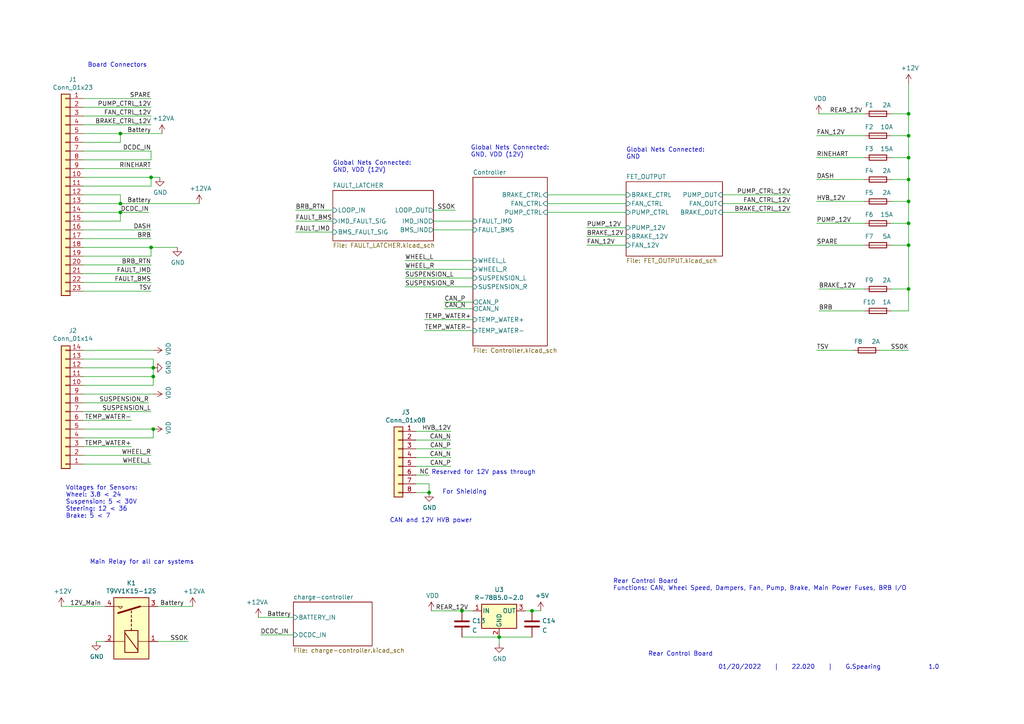
<source format=kicad_sch>
(kicad_sch (version 20211123) (generator eeschema)
  (paper "A4")
  (lib_symbols
    (symbol "AERO_Symbols:T9VV1K15-12S" (pin_names (offset 1.016))
      (property "Reference" "K" (at 8.89 3.81 0))
      (property "Value" "T9VV1K15-12S" (at 8.89 1.27 0))
      (symbol "T9VV1K15-12S_0_0"
        (polyline (pts (xy 5.08 3.81) (xy 5.08 5.08)))
        (polyline (pts (xy 5.08 3.81) (xy 5.08 2.54) (xy 4.445 3.175) (xy 5.08 3.81)))
      )
      (symbol "T9VV1K15-12S_0_1"
        (rectangle (start -10.16 5.08) (end 7.62 -5.08) (stroke (width 0.254)) (fill (type background)))
        (rectangle (start -8.255 1.905) (end -1.905 -1.905) (stroke (width 0.254)))
        (polyline (pts (xy -7.62 -1.905) (xy -2.54 1.905)) (stroke (width 0.254)))
        (polyline (pts (xy -5.08 -5.08) (xy -5.08 -1.905)))
        (polyline (pts (xy -5.08 5.08) (xy -5.08 1.905)))
        (polyline (pts (xy -1.905 0) (xy -1.27 0)) (stroke (width 0.254)))
        (polyline (pts (xy -0.635 0) (xy 0 0)) (stroke (width 0.254)))
        (polyline (pts (xy 0.635 0) (xy 1.27 0)) (stroke (width 0.254)))
        (polyline (pts (xy 0.635 0) (xy 1.27 0)) (stroke (width 0.254)))
        (polyline (pts (xy 1.905 0) (xy 2.54 0)) (stroke (width 0.254)))
        (polyline (pts (xy 3.175 0) (xy 3.81 0)) (stroke (width 0.254)))
        (polyline (pts (xy 5.08 -2.54) (xy 3.175 3.81)) (stroke (width 0.508)))
        (polyline (pts (xy 5.08 -2.54) (xy 5.08 -5.08)))
      )
      (symbol "T9VV1K15-12S_1_1"
        (pin passive line (at -5.08 -7.62 90) (length 2.54) (name "~") (number "1"))
        (pin passive line (at -5.08 7.62 270) (length 2.54) (name "~") (number "2"))
        (pin passive line (at 5.08 -7.62 90) (length 2.54) (name "~") (number "3"))
        (pin passive line (at 5.08 7.62 270) (length 2.54) (name "~") (number "4"))
      )
    )
    (symbol "Connector_Generic:Conn_01x08" (pin_names (offset 1.016) hide)
      (property "Reference" "J" (at 0 10.16 0))
      (property "Value" "Conn_01x08" (at 0 -12.7 0))
      (symbol "Conn_01x08_1_1"
        (rectangle (start -1.27 -10.033) (end 0 -10.287) (stroke (width 0.1524)))
        (rectangle (start -1.27 -7.493) (end 0 -7.747) (stroke (width 0.1524)))
        (rectangle (start -1.27 -4.953) (end 0 -5.207) (stroke (width 0.1524)))
        (rectangle (start -1.27 -2.413) (end 0 -2.667) (stroke (width 0.1524)))
        (rectangle (start -1.27 0.127) (end 0 -0.127) (stroke (width 0.1524)))
        (rectangle (start -1.27 2.667) (end 0 2.413) (stroke (width 0.1524)))
        (rectangle (start -1.27 5.207) (end 0 4.953) (stroke (width 0.1524)))
        (rectangle (start -1.27 7.747) (end 0 7.493) (stroke (width 0.1524)))
        (rectangle (start -1.27 8.89) (end 1.27 -11.43) (stroke (width 0.254)) (fill (type background)))
        (pin passive line (at -5.08 7.62 0) (length 3.81) (name "Pin_1") (number "1"))
        (pin passive line (at -5.08 5.08 0) (length 3.81) (name "Pin_2") (number "2"))
        (pin passive line (at -5.08 2.54 0) (length 3.81) (name "Pin_3") (number "3"))
        (pin passive line (at -5.08 0 0) (length 3.81) (name "Pin_4") (number "4"))
        (pin passive line (at -5.08 -2.54 0) (length 3.81) (name "Pin_5") (number "5"))
        (pin passive line (at -5.08 -5.08 0) (length 3.81) (name "Pin_6") (number "6"))
        (pin passive line (at -5.08 -7.62 0) (length 3.81) (name "Pin_7") (number "7"))
        (pin passive line (at -5.08 -10.16 0) (length 3.81) (name "Pin_8") (number "8"))
      )
    )
    (symbol "Connector_Generic:Conn_01x14" (pin_names (offset 1.016) hide)
      (property "Reference" "J" (at 0 17.78 0))
      (property "Value" "Conn_01x14" (at 0 -20.32 0))
      (symbol "Conn_01x14_1_1"
        (rectangle (start -1.27 -17.653) (end 0 -17.907) (stroke (width 0.1524)))
        (rectangle (start -1.27 -15.113) (end 0 -15.367) (stroke (width 0.1524)))
        (rectangle (start -1.27 -12.573) (end 0 -12.827) (stroke (width 0.1524)))
        (rectangle (start -1.27 -10.033) (end 0 -10.287) (stroke (width 0.1524)))
        (rectangle (start -1.27 -7.493) (end 0 -7.747) (stroke (width 0.1524)))
        (rectangle (start -1.27 -4.953) (end 0 -5.207) (stroke (width 0.1524)))
        (rectangle (start -1.27 -2.413) (end 0 -2.667) (stroke (width 0.1524)))
        (rectangle (start -1.27 0.127) (end 0 -0.127) (stroke (width 0.1524)))
        (rectangle (start -1.27 2.667) (end 0 2.413) (stroke (width 0.1524)))
        (rectangle (start -1.27 5.207) (end 0 4.953) (stroke (width 0.1524)))
        (rectangle (start -1.27 7.747) (end 0 7.493) (stroke (width 0.1524)))
        (rectangle (start -1.27 10.287) (end 0 10.033) (stroke (width 0.1524)))
        (rectangle (start -1.27 12.827) (end 0 12.573) (stroke (width 0.1524)))
        (rectangle (start -1.27 15.367) (end 0 15.113) (stroke (width 0.1524)))
        (rectangle (start -1.27 16.51) (end 1.27 -19.05) (stroke (width 0.254)) (fill (type background)))
        (pin passive line (at -5.08 15.24 0) (length 3.81) (name "Pin_1") (number "1"))
        (pin passive line (at -5.08 -7.62 0) (length 3.81) (name "Pin_10") (number "10"))
        (pin passive line (at -5.08 -10.16 0) (length 3.81) (name "Pin_11") (number "11"))
        (pin passive line (at -5.08 -12.7 0) (length 3.81) (name "Pin_12") (number "12"))
        (pin passive line (at -5.08 -15.24 0) (length 3.81) (name "Pin_13") (number "13"))
        (pin passive line (at -5.08 -17.78 0) (length 3.81) (name "Pin_14") (number "14"))
        (pin passive line (at -5.08 12.7 0) (length 3.81) (name "Pin_2") (number "2"))
        (pin passive line (at -5.08 10.16 0) (length 3.81) (name "Pin_3") (number "3"))
        (pin passive line (at -5.08 7.62 0) (length 3.81) (name "Pin_4") (number "4"))
        (pin passive line (at -5.08 5.08 0) (length 3.81) (name "Pin_5") (number "5"))
        (pin passive line (at -5.08 2.54 0) (length 3.81) (name "Pin_6") (number "6"))
        (pin passive line (at -5.08 0 0) (length 3.81) (name "Pin_7") (number "7"))
        (pin passive line (at -5.08 -2.54 0) (length 3.81) (name "Pin_8") (number "8"))
        (pin passive line (at -5.08 -5.08 0) (length 3.81) (name "Pin_9") (number "9"))
      )
    )
    (symbol "Connector_Generic:Conn_01x23" (pin_names (offset 1.016) hide)
      (property "Reference" "J" (at 0 30.48 0))
      (property "Value" "Conn_01x23" (at 0 -30.48 0))
      (symbol "Conn_01x23_1_1"
        (rectangle (start -1.27 -27.813) (end 0 -28.067) (stroke (width 0.1524)))
        (rectangle (start -1.27 -25.273) (end 0 -25.527) (stroke (width 0.1524)))
        (rectangle (start -1.27 -22.733) (end 0 -22.987) (stroke (width 0.1524)))
        (rectangle (start -1.27 -20.193) (end 0 -20.447) (stroke (width 0.1524)))
        (rectangle (start -1.27 -17.653) (end 0 -17.907) (stroke (width 0.1524)))
        (rectangle (start -1.27 -15.113) (end 0 -15.367) (stroke (width 0.1524)))
        (rectangle (start -1.27 -12.573) (end 0 -12.827) (stroke (width 0.1524)))
        (rectangle (start -1.27 -10.033) (end 0 -10.287) (stroke (width 0.1524)))
        (rectangle (start -1.27 -7.493) (end 0 -7.747) (stroke (width 0.1524)))
        (rectangle (start -1.27 -4.953) (end 0 -5.207) (stroke (width 0.1524)))
        (rectangle (start -1.27 -2.413) (end 0 -2.667) (stroke (width 0.1524)))
        (rectangle (start -1.27 0.127) (end 0 -0.127) (stroke (width 0.1524)))
        (rectangle (start -1.27 2.667) (end 0 2.413) (stroke (width 0.1524)))
        (rectangle (start -1.27 5.207) (end 0 4.953) (stroke (width 0.1524)))
        (rectangle (start -1.27 7.747) (end 0 7.493) (stroke (width 0.1524)))
        (rectangle (start -1.27 10.287) (end 0 10.033) (stroke (width 0.1524)))
        (rectangle (start -1.27 12.827) (end 0 12.573) (stroke (width 0.1524)))
        (rectangle (start -1.27 15.367) (end 0 15.113) (stroke (width 0.1524)))
        (rectangle (start -1.27 17.907) (end 0 17.653) (stroke (width 0.1524)))
        (rectangle (start -1.27 20.447) (end 0 20.193) (stroke (width 0.1524)))
        (rectangle (start -1.27 22.987) (end 0 22.733) (stroke (width 0.1524)))
        (rectangle (start -1.27 25.527) (end 0 25.273) (stroke (width 0.1524)))
        (rectangle (start -1.27 28.067) (end 0 27.813) (stroke (width 0.1524)))
        (rectangle (start -1.27 29.21) (end 1.27 -29.21) (stroke (width 0.254)) (fill (type background)))
        (pin passive line (at -5.08 27.94 0) (length 3.81) (name "Pin_1") (number "1"))
        (pin passive line (at -5.08 5.08 0) (length 3.81) (name "Pin_10") (number "10"))
        (pin passive line (at -5.08 2.54 0) (length 3.81) (name "Pin_11") (number "11"))
        (pin passive line (at -5.08 0 0) (length 3.81) (name "Pin_12") (number "12"))
        (pin passive line (at -5.08 -2.54 0) (length 3.81) (name "Pin_13") (number "13"))
        (pin passive line (at -5.08 -5.08 0) (length 3.81) (name "Pin_14") (number "14"))
        (pin passive line (at -5.08 -7.62 0) (length 3.81) (name "Pin_15") (number "15"))
        (pin passive line (at -5.08 -10.16 0) (length 3.81) (name "Pin_16") (number "16"))
        (pin passive line (at -5.08 -12.7 0) (length 3.81) (name "Pin_17") (number "17"))
        (pin passive line (at -5.08 -15.24 0) (length 3.81) (name "Pin_18") (number "18"))
        (pin passive line (at -5.08 -17.78 0) (length 3.81) (name "Pin_19") (number "19"))
        (pin passive line (at -5.08 25.4 0) (length 3.81) (name "Pin_2") (number "2"))
        (pin passive line (at -5.08 -20.32 0) (length 3.81) (name "Pin_20") (number "20"))
        (pin passive line (at -5.08 -22.86 0) (length 3.81) (name "Pin_21") (number "21"))
        (pin passive line (at -5.08 -25.4 0) (length 3.81) (name "Pin_22") (number "22"))
        (pin passive line (at -5.08 -27.94 0) (length 3.81) (name "Pin_23") (number "23"))
        (pin passive line (at -5.08 22.86 0) (length 3.81) (name "Pin_3") (number "3"))
        (pin passive line (at -5.08 20.32 0) (length 3.81) (name "Pin_4") (number "4"))
        (pin passive line (at -5.08 17.78 0) (length 3.81) (name "Pin_5") (number "5"))
        (pin passive line (at -5.08 15.24 0) (length 3.81) (name "Pin_6") (number "6"))
        (pin passive line (at -5.08 12.7 0) (length 3.81) (name "Pin_7") (number "7"))
        (pin passive line (at -5.08 10.16 0) (length 3.81) (name "Pin_8") (number "8"))
        (pin passive line (at -5.08 7.62 0) (length 3.81) (name "Pin_9") (number "9"))
      )
    )
    (symbol "Device:C" (pin_numbers hide) (pin_names (offset 0.254))
      (property "Reference" "C" (at 0.635 2.54 0))
      (property "Value" "C" (at 0.635 -2.54 0))
      (symbol "C_0_1"
        (polyline (pts (xy -2.032 -0.762) (xy 2.032 -0.762)) (stroke (width 0.508)))
        (polyline (pts (xy -2.032 0.762) (xy 2.032 0.762)) (stroke (width 0.508)))
      )
      (symbol "C_1_1"
        (pin passive line (at 0 3.81 270) (length 2.794) (name "~") (number "1"))
        (pin passive line (at 0 -3.81 90) (length 2.794) (name "~") (number "2"))
      )
    )
    (symbol "Device:Fuse" (pin_numbers hide) (pin_names (offset 0))
      (property "Reference" "F" (at 2.032 0 90))
      (property "Value" "Fuse" (at -1.905 0 90))
      (symbol "Fuse_0_1"
        (rectangle (start -0.762 -2.54) (end 0.762 2.54) (stroke (width 0.254)))
        (polyline (pts (xy 0 2.54) (xy 0 -2.54)))
      )
      (symbol "Fuse_1_1"
        (pin passive line (at 0 3.81 270) (length 1.27) (name "~") (number "1"))
        (pin passive line (at 0 -3.81 90) (length 1.27) (name "~") (number "2"))
      )
    )
    (symbol "Regulator_Switching:R-78B5.0-2.0" (pin_names (offset 0.254))
      (property "Reference" "U" (at -3.81 3.175 0))
      (property "Value" "R-78B5.0-2.0" (at 0 3.175 0))
      (symbol "R-78B5.0-2.0_0_1"
        (rectangle (start -5.08 1.905) (end 5.08 -5.08) (stroke (width 0.254)) (fill (type background)))
      )
      (symbol "R-78B5.0-2.0_1_1"
        (pin power_in line (at -7.62 0 0) (length 2.54) (name "IN") (number "1"))
        (pin power_in line (at 0 -7.62 90) (length 2.54) (name "GND") (number "2"))
        (pin power_out line (at 7.62 0 180) (length 2.54) (name "OUT") (number "3"))
      )
    )
    (symbol "power:+12V" (power) (pin_names (offset 0))
      (property "Value" "+12V" (at 0 3.556 0))
      (symbol "+12V_0_1"
        (polyline (pts (xy -0.762 1.27) (xy 0 2.54)))
        (polyline (pts (xy 0 0) (xy 0 2.54)))
        (polyline (pts (xy 0 2.54) (xy 0.762 1.27)))
      )
      (symbol "+12V_1_1"
        (pin power_in line (at 0 0 90) (length 0) hide (name "+12V") (number "1"))
      )
    )
    (symbol "power:+12VA" (power) (pin_names (offset 0))
      (property "Value" "+12VA" (at 0 3.556 0))
      (symbol "+12VA_0_1"
        (polyline (pts (xy -0.762 1.27) (xy 0 2.54)))
        (polyline (pts (xy 0 0) (xy 0 2.54)))
        (polyline (pts (xy 0 2.54) (xy 0.762 1.27)))
      )
      (symbol "+12VA_1_1"
        (pin power_in line (at 0 0 90) (length 0) hide (name "+12VA") (number "1"))
      )
    )
    (symbol "power:+5V" (power) (pin_names (offset 0))
      (property "Value" "+5V" (at 0 3.556 0))
      (symbol "+5V_0_1"
        (polyline (pts (xy -0.762 1.27) (xy 0 2.54)))
        (polyline (pts (xy 0 0) (xy 0 2.54)))
        (polyline (pts (xy 0 2.54) (xy 0.762 1.27)))
      )
      (symbol "+5V_1_1"
        (pin power_in line (at 0 0 90) (length 0) hide (name "+5V") (number "1"))
      )
    )
    (symbol "power:GND" (power) (pin_names (offset 0))
      (property "Value" "GND" (at 0 -3.81 0))
      (symbol "GND_0_1"
        (polyline (pts (xy 0 0) (xy 0 -1.27) (xy 1.27 -1.27) (xy 0 -2.54) (xy -1.27 -1.27) (xy 0 -1.27)))
      )
      (symbol "GND_1_1"
        (pin power_in line (at 0 0 270) (length 0) hide (name "GND") (number "1"))
      )
    )
    (symbol "power:VDD" (power) (pin_names (offset 0))
      (property "Value" "VDD" (at 0 3.81 0))
      (symbol "VDD_0_1"
        (polyline (pts (xy -0.762 1.27) (xy 0 2.54)))
        (polyline (pts (xy 0 0) (xy 0 2.54)))
        (polyline (pts (xy 0 2.54) (xy 0.762 1.27)))
      )
      (symbol "VDD_1_1"
        (pin power_in line (at 0 0 90) (length 0) hide (name "VDD") (number "1"))
      )
    )
  )
  (junction (at 263.525 64.77))
  (junction (at 263.525 83.82))
  (junction (at 263.525 45.72))
  (junction (at 263.525 52.07))
  (junction (at 263.525 71.12))
  (junction (at 144.78 184.785))
  (junction (at 133.985 177.165))
  (junction (at 124.46 142.875))
  (junction (at 34.925 61.595))
  (junction (at 44.45 106.68))
  (junction (at 154.305 177.165))
  (junction (at 263.525 39.37))
  (junction (at 43.815 51.435))
  (junction (at 43.815 71.755))
  (junction (at 34.925 38.735))
  (junction (at 263.525 58.42))
  (junction (at 44.45 109.22))
  (junction (at 34.925 59.055))
  (junction (at 263.525 33.02))
  (junction (at 44.45 124.46))
  (wire (pts (xy 43.815 74.295) (xy 43.815 71.755)))
  (wire (pts (xy 120.65 142.875) (xy 124.46 142.875)))
  (wire (pts (xy 263.525 33.02) (xy 263.525 39.37)))
  (wire (pts (xy 258.445 71.12) (xy 263.525 71.12)))
  (wire (pts (xy 144.78 184.785) (xy 154.305 184.785)))
  (wire (pts (xy 24.13 41.275) (xy 34.925 41.275)))
  (wire (pts (xy 144.78 186.69) (xy 144.78 184.785)))
  (wire (pts (xy 263.525 52.07) (xy 263.525 58.42)))
  (wire (pts (xy 236.855 64.77) (xy 250.825 64.77)))
  (wire (pts (xy 255.27 101.6) (xy 263.525 101.6)))
  (wire (pts (xy 263.525 39.37) (xy 263.525 45.72)))
  (wire (pts (xy 43.815 43.815) (xy 24.13 43.815)))
  (wire (pts (xy 236.855 39.37) (xy 250.825 39.37)))
  (wire (pts (xy 24.13 56.515) (xy 34.925 56.515)))
  (wire (pts (xy 130.81 135.255) (xy 120.65 135.255)))
  (wire (pts (xy 17.78 175.895) (xy 30.48 175.895)))
  (wire (pts (xy 237.49 33.02) (xy 250.825 33.02)))
  (wire (pts (xy 38.1 121.92) (xy 24.13 121.92)))
  (wire (pts (xy 117.475 78.105) (xy 137.16 78.105)))
  (wire (pts (xy 137.16 64.135) (xy 125.73 64.135)))
  (wire (pts (xy 43.815 84.455) (xy 24.13 84.455)))
  (wire (pts (xy 54.61 186.055) (xy 45.72 186.055)))
  (wire (pts (xy 85.725 60.96) (xy 96.52 60.96)))
  (wire (pts (xy 258.445 39.37) (xy 263.525 39.37)))
  (wire (pts (xy 24.13 51.435) (xy 43.815 51.435)))
  (wire (pts (xy 236.855 52.07) (xy 250.825 52.07)))
  (wire (pts (xy 236.855 45.72) (xy 250.825 45.72)))
  (wire (pts (xy 24.13 104.14) (xy 44.45 104.14)))
  (wire (pts (xy 43.815 28.575) (xy 24.13 28.575)))
  (wire (pts (xy 124.46 140.335) (xy 120.65 140.335)))
  (wire (pts (xy 24.13 69.215) (xy 43.815 69.215)))
  (wire (pts (xy 74.93 179.07) (xy 85.09 179.07)))
  (wire (pts (xy 43.815 53.975) (xy 43.815 51.435)))
  (wire (pts (xy 170.18 66.04) (xy 181.61 66.04)))
  (wire (pts (xy 24.13 114.3) (xy 44.45 114.3)))
  (wire (pts (xy 130.81 130.175) (xy 120.65 130.175)))
  (wire (pts (xy 263.525 83.82) (xy 263.525 90.17)))
  (wire (pts (xy 24.13 64.135) (xy 34.925 64.135)))
  (wire (pts (xy 120.65 125.095) (xy 130.81 125.095)))
  (wire (pts (xy 236.855 101.6) (xy 247.65 101.6)))
  (wire (pts (xy 128.905 89.535) (xy 137.16 89.535)))
  (wire (pts (xy 237.49 83.82) (xy 250.825 83.82)))
  (wire (pts (xy 120.65 137.795) (xy 124.46 137.795)))
  (wire (pts (xy 130.81 132.715) (xy 120.65 132.715)))
  (wire (pts (xy 43.815 81.915) (xy 24.13 81.915)))
  (wire (pts (xy 258.445 64.77) (xy 263.525 64.77)))
  (wire (pts (xy 229.235 59.055) (xy 209.55 59.055)))
  (wire (pts (xy 24.13 101.6) (xy 44.45 101.6)))
  (wire (pts (xy 24.13 74.295) (xy 43.815 74.295)))
  (wire (pts (xy 24.13 127) (xy 44.45 127)))
  (wire (pts (xy 263.525 45.72) (xy 263.525 52.07)))
  (wire (pts (xy 258.445 83.82) (xy 263.525 83.82)))
  (wire (pts (xy 236.855 71.12) (xy 250.825 71.12)))
  (wire (pts (xy 44.45 127) (xy 44.45 124.46)))
  (wire (pts (xy 43.815 66.675) (xy 24.13 66.675)))
  (wire (pts (xy 263.525 58.42) (xy 263.525 64.77)))
  (wire (pts (xy 158.75 56.515) (xy 181.61 56.515)))
  (wire (pts (xy 123.19 95.885) (xy 137.16 95.885)))
  (wire (pts (xy 229.235 56.515) (xy 209.55 56.515)))
  (wire (pts (xy 43.18 61.595) (xy 34.925 61.595)))
  (wire (pts (xy 117.475 80.645) (xy 137.16 80.645)))
  (wire (pts (xy 128.905 87.63) (xy 137.16 87.63)))
  (wire (pts (xy 43.815 33.655) (xy 24.13 33.655)))
  (wire (pts (xy 43.815 79.375) (xy 24.13 79.375)))
  (wire (pts (xy 117.475 83.185) (xy 137.16 83.185)))
  (wire (pts (xy 43.815 71.755) (xy 51.435 71.755)))
  (wire (pts (xy 133.985 177.165) (xy 137.16 177.165)))
  (wire (pts (xy 27.94 186.055) (xy 30.48 186.055)))
  (wire (pts (xy 258.445 45.72) (xy 263.525 45.72)))
  (wire (pts (xy 43.815 51.435) (xy 46.355 51.435)))
  (wire (pts (xy 170.18 71.12) (xy 181.61 71.12)))
  (wire (pts (xy 43.815 119.38) (xy 24.13 119.38)))
  (wire (pts (xy 44.45 109.22) (xy 44.45 111.76)))
  (wire (pts (xy 24.13 48.895) (xy 43.815 48.895)))
  (wire (pts (xy 125.73 66.675) (xy 137.16 66.675)))
  (wire (pts (xy 34.925 61.595) (xy 24.13 61.595)))
  (wire (pts (xy 130.81 127.635) (xy 120.65 127.635)))
  (wire (pts (xy 125.095 177.165) (xy 133.985 177.165)))
  (wire (pts (xy 258.445 58.42) (xy 263.525 58.42)))
  (wire (pts (xy 237.49 90.17) (xy 250.825 90.17)))
  (wire (pts (xy 263.525 24.13) (xy 263.525 33.02)))
  (wire (pts (xy 258.445 33.02) (xy 263.525 33.02)))
  (wire (pts (xy 43.815 43.815) (xy 43.815 46.355)))
  (wire (pts (xy 43.815 36.195) (xy 24.13 36.195)))
  (wire (pts (xy 43.18 116.84) (xy 24.13 116.84)))
  (wire (pts (xy 170.18 68.58) (xy 181.61 68.58)))
  (wire (pts (xy 24.13 109.22) (xy 44.45 109.22)))
  (wire (pts (xy 43.815 134.62) (xy 24.13 134.62)))
  (wire (pts (xy 85.725 64.135) (xy 96.52 64.135)))
  (wire (pts (xy 34.925 38.735) (xy 46.99 38.735)))
  (wire (pts (xy 124.46 142.875) (xy 124.46 140.335)))
  (wire (pts (xy 132.08 60.96) (xy 125.73 60.96)))
  (wire (pts (xy 123.19 92.71) (xy 137.16 92.71)))
  (wire (pts (xy 156.845 177.165) (xy 154.305 177.165)))
  (wire (pts (xy 263.525 71.12) (xy 263.525 83.82)))
  (wire (pts (xy 24.13 111.76) (xy 44.45 111.76)))
  (wire (pts (xy 158.75 61.595) (xy 181.61 61.595)))
  (wire (pts (xy 34.925 41.275) (xy 34.925 38.735)))
  (wire (pts (xy 263.525 90.17) (xy 258.445 90.17)))
  (wire (pts (xy 236.855 58.42) (xy 250.825 58.42)))
  (wire (pts (xy 34.925 59.055) (xy 57.785 59.055)))
  (wire (pts (xy 85.725 67.31) (xy 96.52 67.31)))
  (wire (pts (xy 24.13 38.735) (xy 34.925 38.735)))
  (wire (pts (xy 181.61 59.055) (xy 158.75 59.055)))
  (wire (pts (xy 43.815 76.835) (xy 24.13 76.835)))
  (wire (pts (xy 24.13 46.355) (xy 43.815 46.355)))
  (wire (pts (xy 24.13 59.055) (xy 34.925 59.055)))
  (wire (pts (xy 263.525 64.77) (xy 263.525 71.12)))
  (wire (pts (xy 43.815 31.115) (xy 24.13 31.115)))
  (wire (pts (xy 34.925 56.515) (xy 34.925 59.055)))
  (wire (pts (xy 55.88 175.895) (xy 45.72 175.895)))
  (wire (pts (xy 38.1 129.54) (xy 24.13 129.54)))
  (wire (pts (xy 154.305 177.165) (xy 152.4 177.165)))
  (wire (pts (xy 24.13 124.46) (xy 44.45 124.46)))
  (wire (pts (xy 229.235 61.595) (xy 209.55 61.595)))
  (wire (pts (xy 44.45 104.14) (xy 44.45 106.68)))
  (wire (pts (xy 34.925 64.135) (xy 34.925 61.595)))
  (wire (pts (xy 117.475 75.565) (xy 137.16 75.565)))
  (wire (pts (xy 44.45 106.68) (xy 44.45 109.22)))
  (wire (pts (xy 133.985 184.785) (xy 144.78 184.785)))
  (wire (pts (xy 24.13 106.68) (xy 44.45 106.68)))
  (wire (pts (xy 75.565 184.15) (xy 85.09 184.15)))
  (wire (pts (xy 24.13 53.975) (xy 43.815 53.975)))
  (wire (pts (xy 43.815 132.08) (xy 24.13 132.08)))
  (wire (pts (xy 258.445 52.07) (xy 263.525 52.07)))
  (wire (pts (xy 24.13 71.755) (xy 43.815 71.755)))
  (text "1.0" (at 269.24 194.31 0) (effects (font (size 1.27 1.27)) (justify left bottom)))
  (text "Global Nets Connected: \nGND" (at 181.61 46.355 0) (effects (font (size 1.27 1.27)) (justify left bottom)))
  (text "Board Connectors" (at 25.4 19.685 0) (effects (font (size 1.27 1.27)) (justify left bottom)))
  (text "Main Relay for all car systems" (at 26.035 163.83 0) (effects (font (size 1.27 1.27)) (justify left bottom)))
  (text "Global Nets Connected: \nGND, VDD (12V)" (at 96.52 50.165 0) (effects (font (size 1.27 1.27)) (justify left bottom)))
  (text "Voltages for Sensors: \nWheel: 3.8 < 24\nSuspension: 5 < 30V\nSteering: 12 < 36\nBrake: 5 < 7" (at 19.05 150.495 0) (effects (font (size 1.27 1.27)) (justify left bottom)))
  (text "Reserved for 12V pass through" (at 125.095 137.795 0) (effects (font (size 1.27 1.27)) (justify left bottom)))
  (text "01/20/2022    |    22.020    |    G.Spearing" (at 208.28 194.31 0) (effects (font (size 1.27 1.27)) (justify left bottom)))
  (text "CAN and 12V HVB power" (at 113.03 151.765 0) (effects (font (size 1.27 1.27)) (justify left bottom)))
  (text "Rear Control Board\nFunctions: CAN, Wheel Speed, Dampers, Fan, Pump, Brake, Main Power Fuses, BRB I/O" (at 177.8 171.45 0) (effects (font (size 1.27 1.27)) (justify left bottom)))
  (text "For Shielding" (at 128.27 143.51 0) (effects (font (size 1.27 1.27)) (justify left bottom)))
  (text "Global Nets Connected: \nGND, VDD (12V)" (at 136.525 45.72 0) (effects (font (size 1.27 1.27)) (justify left bottom)))
  (text "Rear Control Board" (at 187.96 190.5 0) (effects (font (size 1.27 1.27)) (justify left bottom)))
  (label "Battery" (at 43.815 38.735 180))
  (label "FAULT_BMS" (at 85.725 64.135 0))
  (label "SUSPENSION_L" (at 117.475 80.645 0))
  (label "FAN_12V" (at 236.855 39.37 0))
  (label "TEMP_WATER-" (at 38.1 121.92 180))
  (label "FAN_CTRL_12V" (at 43.815 33.655 180))
  (label "DASH" (at 236.855 52.07 0))
  (label "SSOK" (at 263.525 101.6 180))
  (label "DASH" (at 43.815 66.675 180))
  (label "PUMP_12V" (at 236.855 64.77 0))
  (label "TSV" (at 43.815 84.455 180))
  (label "BRAKE_12V" (at 170.18 68.58 0))
  (label "CAN_N" (at 130.81 127.635 180))
  (label "CAN_N" (at 130.81 132.715 180))
  (label "SPARE" (at 43.815 28.575 180))
  (label "DCDC_IN" (at 75.565 184.15 0))
  (label "TEMP_WATER+" (at 38.1 129.54 180))
  (label "BRAKE_CTRL_12V" (at 229.235 61.595 180))
  (label "SSOK" (at 132.08 60.96 180))
  (label "HVB_12V" (at 236.855 58.42 0))
  (label "Battery" (at 43.815 59.055 180))
  (label "NC" (at 124.46 137.795 180))
  (label "FAULT_IMD" (at 43.815 79.375 180))
  (label "DCDC_IN" (at 43.18 61.595 180))
  (label "CAN_N" (at 128.905 89.535 0))
  (label "SUSPENSION_R" (at 117.475 83.185 0))
  (label "TEMP_WATER-" (at 123.19 95.885 0))
  (label "DCDC_IN" (at 43.815 43.815 180))
  (label "BRB_RTN" (at 43.815 76.835 180))
  (label "PUMP_CTRL_12V" (at 229.235 56.515 180))
  (label "CAN_P" (at 128.905 87.63 0))
  (label "TSV" (at 236.855 101.6 0))
  (label "REAR_12V" (at 240.665 33.02 0))
  (label "Battery" (at 77.47 179.07 0))
  (label "SUSPENSION_L" (at 43.815 119.38 180))
  (label "BRB" (at 43.815 69.215 180))
  (label "HVB_12V" (at 130.81 125.095 180))
  (label "TEMP_WATER+" (at 123.19 92.71 0))
  (label "SPARE" (at 236.855 71.12 0))
  (label "BRB_RTN" (at 85.725 60.96 0))
  (label "WHEEL_L" (at 117.475 75.565 0))
  (label "WHEEL_R" (at 43.815 132.08 180))
  (label "SSOK" (at 54.61 186.055 180))
  (label "RINEHART" (at 236.855 45.72 0))
  (label "BRAKE_12V" (at 237.49 83.82 0))
  (label "FAULT_BMS" (at 43.815 81.915 180))
  (label "FAN_CTRL_12V" (at 229.235 59.055 180))
  (label "FAULT_IMD" (at 85.725 67.31 0))
  (label "FAN_12V" (at 170.18 71.12 0))
  (label "RINEHART" (at 43.815 48.895 180))
  (label "WHEEL_L" (at 43.815 134.62 180))
  (label "WHEEL_R" (at 117.475 78.105 0))
  (label "CAN_P" (at 130.81 135.255 180))
  (label "SUSPENSION_R" (at 43.18 116.84 180))
  (label "BRAKE_CTRL_12V" (at 43.815 36.195 180))
  (label "CAN_P" (at 130.81 130.175 180))
  (label "PUMP_CTRL_12V" (at 43.815 31.115 180))
  (label "Battery" (at 53.34 175.895 180))
  (label "REAR_12V" (at 126.365 177.165 0))
  (label "12V_Main" (at 20.32 175.895 0))
  (label "PUMP_12V" (at 170.18 66.04 0))
  (label "BRB" (at 237.49 90.17 0))
  (symbol (lib_id "Device:Fuse") (at 254.635 58.42 270) (unit 1)
    (property "Reference" "F5" (at 252.095 55.88 90))
    (property "Value" "2A" (at 257.175 55.88 90))
    (property "Footprint" "AERO_Footprints:Fuseholder_Blade_Mini_Keystone_3568" (effects hide))
  )
  (symbol (lib_id "Device:Fuse") (at 254.635 64.77 270) (unit 1)
    (property "Reference" "F6" (at 252.095 62.23 90))
    (property "Value" "15A" (at 257.175 62.23 90))
    (property "Footprint" "AERO_Footprints:Fuseholder_Blade_Mini_Keystone_3568" (effects hide))
  )
  (symbol (lib_id "power:GND") (at 27.94 186.055 0) (unit 1)
    (property "Reference" "#PWR0101" (effects hide))
    (property "Value" "GND" (at 28.067 190.4492 0))
  )
  (symbol (lib_id "power:+12VA") (at 55.88 175.895 0) (unit 1)
    (property "Reference" "#PWR0102" (effects hide))
    (property "Value" "+12VA" (at 56.261 171.5008 0))
  )
  (symbol (lib_id "power:+12V") (at 17.78 175.895 0) (unit 1)
    (property "Reference" "#PWR0105" (effects hide))
    (property "Value" "+12V" (at 18.161 171.5008 0))
  )
  (symbol (lib_id "power:VDD") (at 237.49 33.02 0) (unit 1)
    (property "Reference" "#PWR0106" (effects hide))
    (property "Value" "VDD" (at 237.871 28.6258 0))
  )
  (symbol (lib_id "Device:Fuse") (at 254.635 33.02 270) (unit 1)
    (property "Reference" "F1" (at 252.095 30.48 90))
    (property "Value" "2A" (at 257.175 30.48 90))
    (property "Footprint" "AERO_Footprints:Fuseholder_Blade_Mini_Keystone_3568" (effects hide))
  )
  (symbol (lib_id "AERO_Symbols:T9VV1K15-12S") (at 38.1 180.975 90) (unit 1)
    (property "Reference" "K1" (at 38.1 169.1132 90))
    (property "Value" "T9VV1K15-12S" (at 38.1 171.4246 90))
    (property "Footprint" "AERO_Footprints:RELAY_T9VV1K15-12S" (effects hide))
    (property "Datasheet" "https://www.te.com/commerce/DocumentDelivery/DDEController?Action=srchrtrv&DocNm=Power_PCB_Relay_T9V_Solar&DocType=DS&DocLang=English" (effects hide))
  )
  (symbol (lib_id "power:+12VA") (at 46.99 38.735 0) (unit 1)
    (property "Reference" "#PWR0138" (effects hide))
    (property "Value" "+12VA" (at 47.371 34.3408 0))
  )
  (symbol (lib_id "power:+12VA") (at 57.785 59.055 0) (unit 1)
    (property "Reference" "#PWR0107" (effects hide))
    (property "Value" "+12VA" (at 58.166 54.6608 0))
  )
  (symbol (lib_id "Connector_Generic:Conn_01x08") (at 115.57 132.715 0) (mirror y) (unit 1)
    (property "Reference" "J3" (at 117.6528 119.5832 0))
    (property "Value" "Conn_01x08" (at 117.6528 121.8946 0))
    (property "Footprint" "AERO_Footprints:TE_1-776280-1_8pin_Horizontal" (effects hide))
  )
  (symbol (lib_id "power:GND") (at 51.435 71.755 0) (unit 1)
    (property "Reference" "#PWR0108" (effects hide))
    (property "Value" "GND" (at 51.562 76.1492 0))
  )
  (symbol (lib_id "Device:Fuse") (at 254.635 39.37 270) (unit 1)
    (property "Reference" "F2" (at 252.095 36.83 90))
    (property "Value" "10A" (at 257.175 36.83 90))
    (property "Footprint" "AERO_Footprints:Fuseholder_Blade_Mini_Keystone_3568" (effects hide))
  )
  (symbol (lib_id "Device:Fuse") (at 254.635 45.72 270) (unit 1)
    (property "Reference" "F3" (at 252.095 43.18 90))
    (property "Value" "15A" (at 257.175 43.18 90))
    (property "Footprint" "AERO_Footprints:Fuseholder_Blade_Mini_Keystone_3568" (effects hide))
  )
  (symbol (lib_id "Device:Fuse") (at 254.635 52.07 270) (unit 1)
    (property "Reference" "F4" (at 252.095 49.53 90))
    (property "Value" "2A" (at 257.175 49.53 90))
    (property "Footprint" "AERO_Footprints:Fuseholder_Blade_Mini_Keystone_3568" (effects hide))
  )
  (symbol (lib_id "Device:Fuse") (at 254.635 71.12 270) (unit 1)
    (property "Reference" "F7" (at 252.095 68.58 90))
    (property "Value" "5A" (at 257.175 68.58 90))
    (property "Footprint" "AERO_Footprints:Fuseholder_Blade_Mini_Keystone_3568" (effects hide))
  )
  (symbol (lib_id "Device:Fuse") (at 251.46 101.6 270) (unit 1)
    (property "Reference" "F8" (at 248.92 99.06 90))
    (property "Value" "2A" (at 254 99.06 90))
    (property "Footprint" "AERO_Footprints:Fuseholder_Blade_Mini_Keystone_3568" (effects hide))
  )
  (symbol (lib_id "Device:Fuse") (at 254.635 83.82 270) (unit 1)
    (property "Reference" "F9" (at 252.095 81.28 90))
    (property "Value" "2A" (at 257.175 81.28 90))
    (property "Footprint" "AERO_Footprints:Fuseholder_Blade_Mini_Keystone_3568" (effects hide))
  )
  (symbol (lib_id "Device:Fuse") (at 254.635 90.17 270) (unit 1)
    (property "Reference" "F10" (at 252.095 87.63 90))
    (property "Value" "1A" (at 257.175 87.63 90))
    (property "Footprint" "AERO_Footprints:Fuseholder_Blade_Mini_Keystone_3568" (effects hide))
  )
  (symbol (lib_id "power:+12V") (at 263.525 24.13 0) (unit 1)
    (property "Reference" "#PWR0109" (effects hide))
    (property "Value" "+12V" (at 263.906 19.7358 0))
  )
  (symbol (lib_id "power:VDD") (at 44.45 101.6 270) (mirror x) (unit 1)
    (property "Reference" "#PWR0110" (effects hide))
    (property "Value" "VDD" (at 48.8442 101.219 0))
  )
  (symbol (lib_id "power:+12VA") (at 74.93 179.07 0) (mirror y) (unit 1)
    (property "Reference" "#PWR0111" (effects hide))
    (property "Value" "+12VA" (at 74.549 174.6758 0))
  )
  (symbol (lib_id "Regulator_Switching:R-78B5.0-2.0") (at 144.78 177.165 0) (unit 1)
    (property "Reference" "U3" (at 144.78 171.0182 0))
    (property "Value" "R-78B5.0-2.0" (at 144.78 173.3296 0))
    (property "Footprint" "Converter_DCDC:Converter_DCDC_RECOM_R-78B-2.0_THT" (effects hide))
    (property "Datasheet" "https://www.recom-power.com/pdf/Innoline/R-78Bxx-2.0.pdf" (effects hide))
  )
  (symbol (lib_id "power:+5V") (at 156.845 177.165 0) (unit 1)
    (property "Reference" "#PWR0112" (effects hide))
    (property "Value" "+5V" (at 157.226 172.7708 0))
  )
  (symbol (lib_id "power:VDD") (at 125.095 177.165 0) (unit 1)
    (property "Reference" "#PWR0113" (effects hide))
    (property "Value" "VDD" (at 125.476 172.7708 0))
  )
  (symbol (lib_id "power:GND") (at 144.78 186.69 0) (unit 1)
    (property "Reference" "#PWR0114" (effects hide))
    (property "Value" "GND" (at 144.907 191.0842 0))
  )
  (symbol (lib_id "Connector_Generic:Conn_01x14") (at 19.05 119.38 180) (unit 1)
    (property "Reference" "J2" (at 21.1328 95.885 0))
    (property "Value" "Conn_01x14" (at 21.1328 98.1964 0))
    (property "Footprint" "AERO_Footprints:TE_1-776266-1_14pin_Horizontal" (effects hide))
  )
  (symbol (lib_id "power:GND") (at 44.45 106.68 90) (unit 1)
    (property "Reference" "#PWR0116" (effects hide))
    (property "Value" "GND" (at 48.8442 106.553 0))
  )
  (symbol (lib_id "Connector_Generic:Conn_01x23") (at 19.05 56.515 0) (mirror y) (unit 1)
    (property "Reference" "J1" (at 21.1328 23.0632 0))
    (property "Value" "Conn_01x23" (at 21.1328 25.3746 0))
    (property "Footprint" "AERO_Footprints:TE_1-770669-1_23pin_Horizontal" (effects hide))
  )
  (symbol (lib_id "power:GND") (at 124.46 142.875 0) (unit 1)
    (property "Reference" "#PWR0115" (effects hide))
    (property "Value" "GND" (at 124.587 147.2692 0))
  )
  (symbol (lib_id "Device:C") (at 133.985 180.975 0) (unit 1)
    (property "Reference" "C13" (at 136.906 180.0665 0) (effects (justify left)))
    (property "Value" "C" (at 136.906 182.8416 0) (effects (justify left)))
    (property "Footprint" "Capacitor_SMD:C_0603_1608Metric_Pad1.08x0.95mm_HandSolder" (effects hide))
  )
  (symbol (lib_id "power:VDD") (at 44.45 114.3 270) (mirror x) (unit 1)
    (property "Reference" "#PWR0140" (effects hide))
    (property "Value" "VDD" (at 48.8442 113.919 0))
  )
  (symbol (lib_id "power:GND") (at 46.355 51.435 0) (unit 1)
    (property "Reference" "#PWR0121" (effects hide))
    (property "Value" "GND" (at 46.482 55.8292 0))
  )
  (symbol (lib_id "Device:C") (at 154.305 180.975 0) (unit 1)
    (property "Reference" "C14" (at 157.226 180.0665 0) (effects (justify left)))
    (property "Value" "C" (at 157.226 182.8416 0) (effects (justify left)))
    (property "Footprint" "Capacitor_SMD:C_0603_1608Metric_Pad1.08x0.95mm_HandSolder" (effects hide))
  )
  (symbol (lib_id "power:VDD") (at 44.45 124.46 270) (mirror x) (unit 1)
    (property "Reference" "#PWR0141" (effects hide))
    (property "Value" "VDD" (at 48.8442 124.079 0))
  )
  (sheet (at 137.16 51.435) (size 21.59 48.895)
    (property "Sheet name" "Controller" (at 137.16 50.7234 0) (effects (justify left bottom)))
    (property "Sheet file" "Controller.kicad_sch" (at 137.16 100.9146 0) (effects (justify left top)))
    (pin "FAN_CTRL" input (at 158.75 59.055 0))
    (pin "PUMP_CTRL" input (at 158.75 61.595 0))
    (pin "BRAKE_CTRL" input (at 158.75 56.515 0))
    (pin "FAULT_IMD" input (at 137.16 64.135 180))
    (pin "FAULT_BMS" input (at 137.16 66.675 180))
    (pin "WHEEL_L" input (at 137.16 75.565 180))
    (pin "WHEEL_R" input (at 137.16 78.105 180))
    (pin "SUSPENSION_L" input (at 137.16 80.645 180))
    (pin "SUSPENSION_R" input (at 137.16 83.185 180))
    (pin "CAN_P" output (at 137.16 87.63 180))
    (pin "CAN_N" output (at 137.16 89.535 180))
    (pin "TEMP_WATER-" input (at 137.16 95.885 180))
    (pin "TEMP_WATER+" input (at 137.16 92.71 180))
  )
  (sheet (at 85.09 174.625) (size 22.86 12.7)
    (property "Sheet name" "charge-controller" (at 85.09 173.9134 0) (effects (justify left bottom)))
    (property "Sheet file" "charge-controller.kicad_sch" (at 85.09 187.9096 0) (effects (justify left top)))
    (pin "DCDC_IN" input (at 85.09 184.15 180))
    (pin "BATTERY_IN" input (at 85.09 179.07 180))
  )
  (sheet (at 181.61 52.705) (size 27.94 21.59)
    (property "Sheet name" "FET_OUTPUT" (at 181.61 51.9934 0) (effects (justify left bottom)))
    (property "Sheet file" "FET_OUTPUT.kicad_sch" (at 181.61 74.8796 0) (effects (justify left top)))
    (pin "FAN_OUT" input (at 209.55 59.055 0))
    (pin "FAN_CTRL" input (at 181.61 59.055 180))
    (pin "PUMP_OUT" input (at 209.55 56.515 0))
    (pin "PUMP_CTRL" input (at 181.61 61.595 180))
    (pin "BRAKE_OUT" input (at 209.55 61.595 0))
    (pin "BRAKE_CTRL" input (at 181.61 56.515 180))
    (pin "PUMP_12V" input (at 181.61 66.04 180))
    (pin "BRAKE_12V" input (at 181.61 68.58 180))
    (pin "FAN_12V" input (at 181.61 71.12 180))
  )
  (sheet (at 96.52 55.245) (size 29.21 14.605)
    (property "Sheet name" "FAULT_LATCHER" (at 96.52 54.5334 0) (effects (justify left bottom)))
    (property "Sheet file" "FAULT_LATCHER.kicad_sch" (at 96.52 70.4346 0) (effects (justify left top)))
    (pin "LOOP_IN" input (at 96.52 60.96 180))
    (pin "IMD_FAULT_SIG" input (at 96.52 64.135 180))
    (pin "BMS_FAULT_SIG" input (at 96.52 67.31 180))
    (pin "BMS_IND" output (at 125.73 66.675 0))
    (pin "IMD_IND" output (at 125.73 64.135 0))
    (pin "LOOP_OUT" output (at 125.73 60.96 0))
  )
)
</source>
